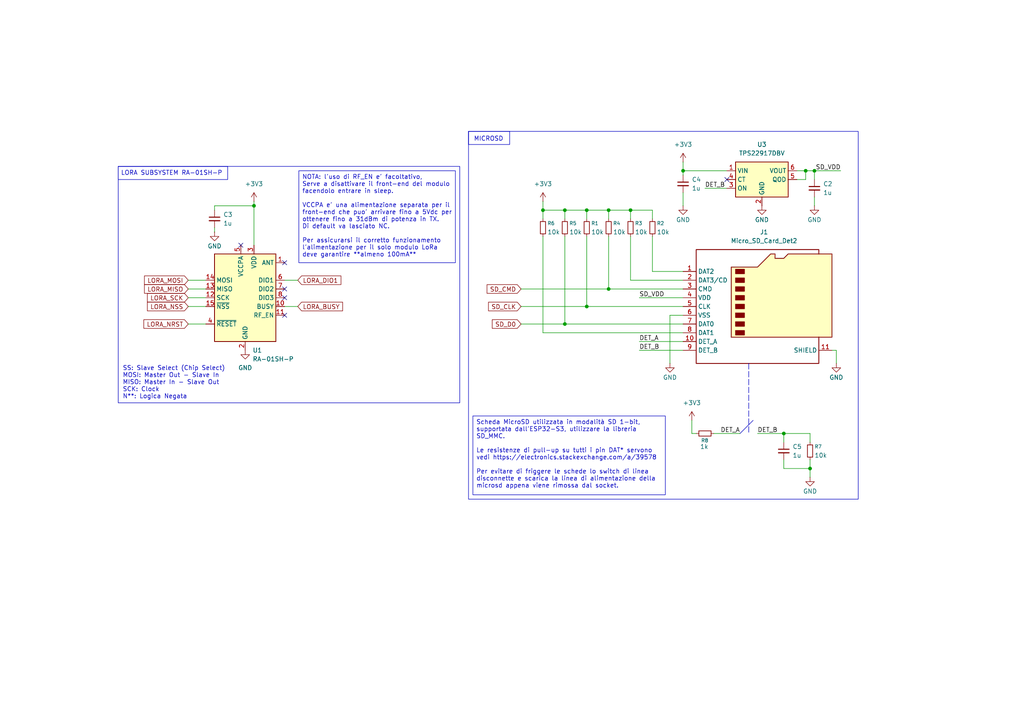
<source format=kicad_sch>
(kicad_sch (version 20250114) (generator "eeschema") (generator_version "9.0")
  (paper "A4")
  (lib_symbols
    (symbol "Connector:Micro_SD_Card_Det2"
      (property "Reference" "J" (at -16.51 17.78 0))
      (property "Value" "Micro_SD_Card_Det2" (at 16.51 17.78 0))
      (symbol "Micro_SD_Card_Det2_0_1"
        (polyline (pts (xy -8.89 -8.89) (xy -8.89 11.43) (xy -1.27 11.43) (xy 2.54 15.24) (xy 3.81 15.24) (xy 3.81 13.97) (xy 6.35 13.97) (xy 7.62 15.24) (xy 20.32 15.24) (xy 20.32 -8.89) (xy -8.89 -8.89)) (stroke (width 0.254)) (fill (type background)))
        (rectangle (start -7.62 10.795) (end -5.08 9.525) (stroke (width 0.254)) (fill (type outline)))
        (rectangle (start -7.62 8.255) (end -5.08 6.985) (stroke (width 0.254)) (fill (type outline)))
        (rectangle (start -7.62 5.715) (end -5.08 4.445) (stroke (width 0.254)) (fill (type outline)))
        (rectangle (start -7.62 3.175) (end -5.08 1.905) (stroke (width 0.254)) (fill (type outline)))
        (rectangle (start -7.62 0.635) (end -5.08 -0.635) (stroke (width 0.254)) (fill (type outline)))
        (rectangle (start -7.62 -1.905) (end -5.08 -3.175) (stroke (width 0.254)) (fill (type outline)))
        (rectangle (start -7.62 -4.445) (end -5.08 -5.715) (stroke (width 0.254)) (fill (type outline)))
        (rectangle (start -7.62 -6.985) (end -5.08 -8.255) (stroke (width 0.254)) (fill (type outline)))
        (polyline (pts (xy 16.51 15.24) (xy 16.51 16.51) (xy -19.05 16.51) (xy -19.05 -16.51) (xy 16.51 -16.51) (xy 16.51 -8.89)) (stroke (width 0.254)))
      )
      (symbol "Micro_SD_Card_Det2_1_1"
        (pin bidirectional line (at -22.86 10.16 0) (length 3.81) (name "DAT2") (number "1"))
        (pin bidirectional line (at -22.86 7.62 0) (length 3.81) (name "DAT3/CD") (number "2"))
        (pin input line (at -22.86 5.08 0) (length 3.81) (name "CMD") (number "3"))
        (pin power_in line (at -22.86 2.54 0) (length 3.81) (name "VDD") (number "4"))
        (pin input line (at -22.86 0 0) (length 3.81) (name "CLK") (number "5"))
        (pin power_in line (at -22.86 -2.54 0) (length 3.81) (name "VSS") (number "6"))
        (pin bidirectional line (at -22.86 -5.08 0) (length 3.81) (name "DAT0") (number "7"))
        (pin bidirectional line (at -22.86 -7.62 0) (length 3.81) (name "DAT1") (number "8"))
        (pin passive line (at -22.86 -10.16 0) (length 3.81) (name "DET_A") (number "10"))
        (pin passive line (at -22.86 -12.7 0) (length 3.81) (name "DET_B") (number "9"))
        (pin passive line (at 20.32 -12.7 180) (length 3.81) (name "SHIELD") (number "11"))
      )
    )
    (symbol "Device:C_Small" (pin_numbers (hide yes)) (pin_names (offset 0.254) (hide yes))
      (property "Reference" "C" (at 0.254 1.778 0))
      (property "Value" "C_Small" (at 0.254 -2.032 0))
      (symbol "C_Small_0_1"
        (polyline (pts (xy -1.524 0.508) (xy 1.524 0.508)) (stroke (width 0.3048)))
        (polyline (pts (xy -1.524 -0.508) (xy 1.524 -0.508)) (stroke (width 0.3302)))
      )
      (symbol "C_Small_1_1"
        (pin passive line (at 0 2.54 270) (length 2.032) (name "~") (number "1"))
        (pin passive line (at 0 -2.54 90) (length 2.032) (name "~") (number "2"))
      )
    )
    (symbol "Device:R_Small" (pin_numbers (hide yes)) (pin_names (offset 0.254) (hide yes))
      (property "Reference" "R" (at 0 0 90))
      (property "Value" "R_Small" (at 1.778 0 90))
      (symbol "R_Small_0_1"
        (rectangle (start -0.762 1.778) (end 0.762 -1.778) (stroke (width 0.2032)))
      )
      (symbol "R_Small_1_1"
        (pin passive line (at 0 2.54 270) (length 0.762) (name "~") (number "1"))
        (pin passive line (at 0 -2.54 90) (length 0.762) (name "~") (number "2"))
      )
    )
    (symbol "LoRa:RA-01SH"
      (property "Reference" "U" (at 7.874 15.748 0))
      (property "Value" "RA-01SH-P" (at 13.208 13.208 0))
      (symbol "RA-01SH_0_1"
        (rectangle (start -8.89 11.43) (end 8.89 -13.97) (stroke (width 0.254)) (fill (type background)))
      )
      (symbol "RA-01SH_1_1"
        (pin input line (at -11.43 3.81 0) (length 2.54) (name "MOSI") (number "14"))
        (pin output line (at -11.43 1.27 0) (length 2.54) (name "MISO") (number "13"))
        (pin input line (at -11.43 -1.27 0) (length 2.54) (name "SCK") (number "12"))
        (pin input line (at -11.43 -3.81 0) (length 2.54) (name "~{NSS}") (number "15"))
        (pin input line (at -11.43 -8.89 0) (length 2.54) (name "~{RESET}") (number "4"))
        (pin bidirectional line (at -1.27 13.97 270) (length 2.54) (name "VCCPA") (number "5"))
        (pin passive line (at 0 -16.51 90) (length 2.54) (hide yes) (name "GND") (number "16"))
        (pin power_in line (at 0 -16.51 90) (length 2.54) (name "GND") (number "2"))
        (pin passive line (at 0 -16.51 90) (length 2.54) (hide yes) (name "GND") (number "9"))
        (pin power_in line (at 2.54 13.97 270) (length 2.54) (name "VDD") (number "3"))
        (pin passive line (at 11.43 8.89 180) (length 2.54) (name "ANT") (number "1"))
        (pin bidirectional line (at 11.43 3.81 180) (length 2.54) (name "DIO1") (number "6"))
        (pin bidirectional line (at 11.43 1.27 180) (length 2.54) (name "DIO2") (number "7"))
        (pin bidirectional line (at 11.43 -1.27 180) (length 2.54) (name "DIO3") (number "8"))
        (pin bidirectional line (at 11.43 -3.81 180) (length 2.54) (name "BUSY") (number "10"))
        (pin bidirectional line (at 11.43 -6.35 180) (length 2.54) (name "RF_EN") (number "11"))
      )
    )
    (symbol "Power_Management:TPS22917DBV"
      (property "Reference" "U" (at -6.35 6.35 0))
      (property "Value" "TPS22917DBV" (at 2.54 6.35 0))
      (symbol "TPS22917DBV_0_1"
        (rectangle (start -7.62 5.08) (end 7.62 -5.08) (stroke (width 0.254)) (fill (type background)))
      )
      (symbol "TPS22917DBV_1_1"
        (pin power_in line (at -10.16 2.54 0) (length 2.54) (name "VIN") (number "1"))
        (pin output line (at -10.16 0 0) (length 2.54) (name "CT") (number "4"))
        (pin input line (at -10.16 -2.54 0) (length 2.54) (name "ON") (number "3"))
        (pin power_in line (at 0 -7.62 90) (length 2.54) (name "GND") (number "2"))
        (pin power_out line (at 10.16 2.54 180) (length 2.54) (name "VOUT") (number "6"))
        (pin open_collector line (at 10.16 0 180) (length 2.54) (name "QOD") (number "5"))
      )
    )
    (symbol "power:+3V3" (power) (pin_numbers (hide yes)) (pin_names (offset 0) (hide yes))
      (property "Value" "+3V3" (at 0 3.556 0))
      (symbol "+3V3_0_1"
        (polyline (pts (xy -0.762 1.27) (xy 0 2.54)))
        (polyline (pts (xy 0 2.54) (xy 0.762 1.27)))
        (polyline (pts (xy 0 0) (xy 0 2.54)))
      )
      (symbol "+3V3_1_1"
        (pin power_in line (at 0 0 90) (length 0) (name "~") (number "1"))
      )
    )
    (symbol "power:GND" (power) (pin_numbers (hide yes)) (pin_names (offset 0) (hide yes))
      (property "Value" "GND" (at 0 -3.81 0))
      (symbol "GND_0_1"
        (polyline (pts (xy 0 0) (xy 0 -1.27) (xy 1.27 -1.27) (xy 0 -2.54) (xy -1.27 -1.27) (xy 0 -1.27)))
      )
      (symbol "GND_1_1"
        (pin power_in line (at 0 0 270) (length 0) (name "~") (number "1"))
      )
    )
  )
  (rectangle (start 135.89 38.1) (end 248.92 144.78))
  (rectangle (start 135.89 38.1) (end 147.828 41.91))
  (rectangle (start 34.29 48.26) (end 133.35 116.84))
  (rectangle (start 34.29 48.26) (end 66.04 52.07))
  (text "SS: Slave Select (Chip Select)\nMOSI: Master Out - Slave In\nMISO: Master In - Slave Out\nSCK: Clock\nN**: Logica Negata" (at 35.56 110.998 0) (effects (font (size 1.27 1.27)) (justify left)))
  (text "LORA SUBSYSTEM RA-01SH-P" (at 35.052 50.292 0) (effects (font (size 1.27 1.27)) (justify left)))
  (text "MICROSD" (at 137.414 40.386 0) (effects (font (size 1.27 1.27)) (justify left)))
  (text_box "NOTA: l'uso di RF_EN e' facoltativo,\nServe a disattivare il front-end del modulo \nfacendolo entrare in sleep.\n\nVCCPA e' una alimentazione separata per il\nfront-end che puo' arrivare fino a 5Vdc per\nottenere fino a 31dBm di potenza in TX.\nDi default va lasciato NC.\n\nPer assicurarsi il corretto funzionamento \nl'alimentazione per il solo modulo LoRa \ndeve garantire **almeno 100mA**\n" (at 86.6776 49.5301 0) (size 45.4024 26.6699) (margins 0.9525 0.9525 0.9525 0.9525) (effects (font (size 1.27 1.27)) (justify left top)))
  (text_box "Scheda MicroSD utilizzata in modalità SD 1-bit, supportata dall'ESP32-S3, utilizzare la libreria SD_MMC.\n\nLe resistenze di pull-up su tutti i pin DAT* servono vedi https://electronics.stackexchange.com/a/39578\n\nPer evitare di friggere le schede lo switch di linea disconnette e scarica la linea di alimentazione della microsd appena viene rimossa dal socket." (at 137.16 120.65 0) (size 55.8165 22.86) (margins 0.9525 0.9525 0.9525 0.9525) (effects (font (size 1.27 1.27)) (justify left top)))
  (junction (at 233.68 49.53))
  (junction (at 163.83 60.96))
  (junction (at 182.88 60.96))
  (junction (at 176.53 83.82))
  (junction (at 227.33 125.73))
  (junction (at 163.83 93.98))
  (junction (at 170.18 60.96))
  (junction (at 73.66 59.69))
  (junction (at 176.53 60.96))
  (junction (at 236.22 49.53))
  (junction (at 157.48 60.96))
  (junction (at 170.18 88.9))
  (junction (at 234.95 135.89))
  (junction (at 198.12 49.53))
  (no_connect (at 82.55 86.36))
  (no_connect (at 82.55 76.2))
  (no_connect (at 82.55 83.82))
  (no_connect (at 210.82 52.07))
  (no_connect (at 82.55 91.44))
  (no_connect (at 69.85 71.12))
  (wire (pts (xy 198.12 91.44) (xy 194.31 91.44)))
  (wire (pts (xy 170.18 60.96) (xy 170.18 63.5)))
  (wire (pts (xy 62.23 66.04) (xy 62.23 67.31)))
  (wire (pts (xy 163.83 68.58) (xy 163.83 93.98)))
  (wire (pts (xy 189.23 78.74) (xy 198.12 78.74)))
  (wire (pts (xy 207.01 125.73) (xy 214.63 125.73)))
  (wire (pts (xy 176.53 60.96) (xy 182.88 60.96)))
  (wire (pts (xy 227.33 125.73) (xy 227.33 128.27)))
  (wire (pts (xy 163.83 60.96) (xy 163.83 63.5)))
  (wire (pts (xy 241.3 101.6) (xy 242.57 101.6)))
  (wire (pts (xy 151.13 88.9) (xy 170.18 88.9)))
  (wire (pts (xy 198.12 46.99) (xy 198.12 49.53)))
  (wire (pts (xy 198.12 55.88) (xy 198.12 59.69)))
  (wire (pts (xy 227.33 133.35) (xy 227.33 135.89)))
  (wire (pts (xy 182.88 60.96) (xy 182.88 63.5)))
  (wire (pts (xy 157.48 60.96) (xy 157.48 63.5)))
  (wire (pts (xy 200.66 125.73) (xy 201.93 125.73)))
  (wire (pts (xy 54.61 83.82) (xy 59.69 83.82)))
  (wire (pts (xy 82.55 88.9) (xy 86.36 88.9)))
  (wire (pts (xy 233.68 52.07) (xy 233.68 49.53)))
  (wire (pts (xy 219.71 125.73) (xy 227.33 125.73)))
  (wire (pts (xy 170.18 60.96) (xy 176.53 60.96)))
  (wire (pts (xy 176.53 68.58) (xy 176.53 83.82)))
  (wire (pts (xy 185.42 101.6) (xy 198.12 101.6)))
  (wire (pts (xy 73.66 59.69) (xy 73.66 71.12)))
  (wire (pts (xy 176.53 83.82) (xy 198.12 83.82)))
  (wire (pts (xy 210.82 49.53) (xy 198.12 49.53)))
  (wire (pts (xy 82.55 81.28) (xy 86.36 81.28)))
  (wire (pts (xy 189.23 68.58) (xy 189.23 78.74)))
  (wire (pts (xy 227.33 125.73) (xy 234.95 125.73)))
  (wire (pts (xy 234.95 135.89) (xy 234.95 138.43)))
  (wire (pts (xy 236.22 49.53) (xy 243.84 49.53)))
  (wire (pts (xy 151.13 83.82) (xy 176.53 83.82)))
  (wire (pts (xy 157.48 58.42) (xy 157.48 60.96)))
  (wire (pts (xy 198.12 86.36) (xy 185.42 86.36)))
  (wire (pts (xy 170.18 68.58) (xy 170.18 88.9)))
  (wire (pts (xy 157.48 60.96) (xy 163.83 60.96)))
  (wire (pts (xy 163.83 60.96) (xy 170.18 60.96)))
  (wire (pts (xy 54.61 81.28) (xy 59.69 81.28)))
  (wire (pts (xy 157.48 96.52) (xy 198.12 96.52)))
  (wire (pts (xy 62.23 60.96) (xy 62.23 59.69)))
  (wire (pts (xy 231.14 52.07) (xy 233.68 52.07)))
  (wire (pts (xy 185.42 99.06) (xy 198.12 99.06)))
  (wire (pts (xy 234.95 125.73) (xy 234.95 128.27)))
  (polyline (pts (xy 214.63 125.73) (xy 218.44 121.92)))
  (wire (pts (xy 200.66 121.92) (xy 200.66 125.73)))
  (wire (pts (xy 176.53 60.96) (xy 176.53 63.5)))
  (wire (pts (xy 189.23 60.96) (xy 189.23 63.5)))
  (wire (pts (xy 151.13 93.98) (xy 163.83 93.98)))
  (wire (pts (xy 198.12 49.53) (xy 198.12 50.8)))
  (wire (pts (xy 233.68 49.53) (xy 236.22 49.53)))
  (wire (pts (xy 194.31 91.44) (xy 194.31 105.41)))
  (wire (pts (xy 182.88 60.96) (xy 189.23 60.96)))
  (wire (pts (xy 62.23 59.69) (xy 73.66 59.69)))
  (wire (pts (xy 182.88 81.28) (xy 198.12 81.28)))
  (wire (pts (xy 227.33 135.89) (xy 234.95 135.89)))
  (wire (pts (xy 54.61 93.98) (xy 59.69 93.98)))
  (wire (pts (xy 54.61 88.9) (xy 59.69 88.9)))
  (wire (pts (xy 182.88 68.58) (xy 182.88 81.28)))
  (wire (pts (xy 236.22 52.07) (xy 236.22 49.53)))
  (wire (pts (xy 234.95 133.35) (xy 234.95 135.89)))
  (wire (pts (xy 170.18 88.9) (xy 198.12 88.9)))
  (wire (pts (xy 242.57 101.6) (xy 242.57 105.41)))
  (polyline (pts (xy 217.17 105.41) (xy 217.17 125.73)) (stroke (width 0) (type dash)))
  (wire (pts (xy 236.22 57.15) (xy 236.22 59.69)))
  (wire (pts (xy 204.47 54.61) (xy 210.82 54.61)))
  (wire (pts (xy 157.48 68.58) (xy 157.48 96.52)))
  (wire (pts (xy 163.83 93.98) (xy 198.12 93.98)))
  (wire (pts (xy 73.66 58.42) (xy 73.66 59.69)))
  (wire (pts (xy 231.14 49.53) (xy 233.68 49.53)))
  (wire (pts (xy 54.61 86.36) (xy 59.69 86.36)))
  (label "SD_VDD" (at 185.42 86.36 0))
  (label "DET_A" (at 185.42 99.06 0))
  (label "DET_B" (at 219.71 125.73 0))
  (label "DET_B" (at 204.47 54.61 0))
  (label "SD_VDD" (at 243.84 49.53 180))
  (label "DET_B" (at 185.42 101.6 0))
  (label "DET_A" (at 214.63 125.73 180))
  (global_label "LORA_DIO1" (shape input) (at 86.36 81.28 0) (property "Intersheetrefs" "${INTERSHEET_REFS}" (effects (hide yes))))
  (global_label "LORA_NSS" (shape input) (at 54.61 88.9 180) (property "Intersheetrefs" "${INTERSHEET_REFS}" (effects (hide yes))))
  (global_label "LORA_BUSY" (shape input) (at 86.36 88.9 0) (property "Intersheetrefs" "${INTERSHEET_REFS}" (effects (hide yes))))
  (global_label "LORA_NRST" (shape input) (at 54.61 93.98 180) (property "Intersheetrefs" "${INTERSHEET_REFS}" (effects (hide yes))))
  (global_label "SD_CMD" (shape input) (at 151.13 83.82 180) (property "Intersheetrefs" "${INTERSHEET_REFS}" (effects (hide yes))))
  (global_label "LORA_MOSI" (shape input) (at 54.61 81.28 180) (property "Intersheetrefs" "${INTERSHEET_REFS}" (effects (hide yes))))
  (global_label "LORA_SCK" (shape input) (at 54.61 86.36 180) (property "Intersheetrefs" "${INTERSHEET_REFS}" (effects (hide yes))))
  (global_label "SD_CLK" (shape input) (at 151.13 88.9 180) (property "Intersheetrefs" "${INTERSHEET_REFS}" (effects (hide yes))))
  (global_label "SD_D0" (shape input) (at 151.13 93.98 180) (property "Intersheetrefs" "${INTERSHEET_REFS}" (effects (hide yes))))
  (global_label "LORA_MISO" (shape input) (at 54.61 83.82 180) (property "Intersheetrefs" "${INTERSHEET_REFS}" (effects (hide yes))))
  (symbol (lib_id "power:GND") (at 220.98 59.69 0) (unit 1)
    (property "Reference" "#PWR04" (effects (hide yes)))
    (property "Value" "GND" (at 220.98 63.754 0))
    (property "Description" "Power symbol creates a global label with name \"GND\" , ground" (effects (hide yes)))
  )
  (symbol (lib_id "Device:R_Small") (at 234.95 130.81 0) (unit 1)
    (property "Reference" "R7" (at 236.22 129.54 0) (effects (font (size 1.016 1.016)) (justify left)))
    (property "Value" "10k" (at 236.22 132.08 0) (effects (justify left)))
    (property "Footprint" "Resistor_SMD:R_0603_1608Metric_Pad0.98x0.95mm_HandSolder" (effects (hide yes)))
    (property "Description" "Resistor, small symbol" (effects (hide yes)))
  )
  (symbol (lib_id "power:GND") (at 62.23 67.31 0) (unit 1)
    (property "Reference" "#PWR012" (effects (hide yes)))
    (property "Value" "GND" (at 62.23 71.374 0))
    (property "Description" "Power symbol creates a global label with name \"GND\" , ground" (effects (hide yes)))
  )
  (symbol (lib_id "Device:C_Small") (at 198.12 53.34 0) (unit 1)
    (property "Reference" "C4" (at 200.66 52.0762 0) (effects (justify left)))
    (property "Value" "1u" (at 200.66 54.6162 0) (effects (justify left)))
    (property "Footprint" "Capacitor_SMD:C_0603_1608Metric_Pad1.08x0.95mm_HandSolder" (effects (hide yes)))
    (property "Description" "Unpolarized capacitor, small symbol" (effects (hide yes)))
  )
  (symbol (lib_id "power:GND") (at 198.12 59.69 0) (unit 1)
    (property "Reference" "#PWR08" (effects (hide yes)))
    (property "Value" "GND" (at 198.12 63.754 0))
    (property "Description" "Power symbol creates a global label with name \"GND\" , ground" (effects (hide yes)))
  )
  (symbol (lib_id "power:+3V3") (at 157.48 58.42 0) (unit 1)
    (property "Reference" "#PWR02" (effects (hide yes)))
    (property "Value" "+3V3" (at 157.48 53.34 0))
    (property "Description" "Power symbol creates a global label with name \"+3V3\"" (effects (hide yes)))
  )
  (symbol (lib_id "Device:R_Small") (at 157.48 66.04 0) (unit 1)
    (property "Reference" "R6" (at 158.75 64.77 0) (effects (font (size 1.016 1.016)) (justify left)))
    (property "Value" "10k" (at 158.75 67.31 0) (effects (justify left)))
    (property "Footprint" "Resistor_SMD:R_0603_1608Metric_Pad0.98x0.95mm_HandSolder" (effects (hide yes)))
    (property "Description" "Resistor, small symbol" (effects (hide yes)))
  )
  (symbol (lib_id "power:+3V3") (at 73.66 58.42 0) (unit 1)
    (property "Reference" "#PWR011" (effects (hide yes)))
    (property "Value" "+3V3" (at 73.66 53.34 0))
    (property "Description" "Power symbol creates a global label with name \"+3V3\"" (effects (hide yes)))
  )
  (symbol (lib_id "Power_Management:TPS22917DBV") (at 220.98 52.07 0) (unit 1)
    (property "Reference" "U3" (at 220.98 41.91 0))
    (property "Value" "TPS22917DBV" (at 220.98 44.45 0))
    (property "Footprint" "Package_TO_SOT_SMD:SOT-23-6" (effects (hide yes)))
    (property "Datasheet" "http://www.ti.com/lit/ds/symlink/tps22917.pdf" (effects (hide yes)))
    (property "Description" "1V to 5.5V, 2A, 80mΩ Ultra-Low Leakage Load Switch, SOT23-6" (effects (hide yes)))
  )
  (symbol (lib_id "Device:R_Small") (at 170.18 66.04 0) (unit 1)
    (property "Reference" "R1" (at 171.45 64.77 0) (effects (font (size 1.016 1.016)) (justify left)))
    (property "Value" "10k" (at 171.45 67.31 0) (effects (justify left)))
    (property "Footprint" "Resistor_SMD:R_0603_1608Metric_Pad0.98x0.95mm_HandSolder" (effects (hide yes)))
    (property "Description" "Resistor, small symbol" (effects (hide yes)))
  )
  (symbol (lib_id "Device:R_Small") (at 176.53 66.04 0) (unit 1)
    (property "Reference" "R4" (at 177.8 64.77 0) (effects (font (size 1.016 1.016)) (justify left)))
    (property "Value" "10k" (at 177.8 67.31 0) (effects (justify left)))
    (property "Footprint" "Resistor_SMD:R_0603_1608Metric_Pad0.98x0.95mm_HandSolder" (effects (hide yes)))
    (property "Description" "Resistor, small symbol" (effects (hide yes)))
  )
  (symbol (lib_id "power:GND") (at 234.95 138.43 0) (unit 1)
    (property "Reference" "#PWR013" (effects (hide yes)))
    (property "Value" "GND" (at 234.95 142.494 0))
    (property "Description" "Power symbol creates a global label with name \"GND\" , ground" (effects (hide yes)))
  )
  (symbol (lib_id "LoRa:RA-01SH") (at 71.12 85.09 0) (unit 1)
    (property "Reference" "U1" (at 73.2633 101.6 0) (effects (justify left)))
    (property "Value" "RA-01SH-P" (at 73.2633 104.14 0) (effects (justify left)))
    (property "Footprint" "RF_Module:Ai-Thinker-Ra-01-LoRa" (effects (hide yes)))
    (property "Datasheet" "https://en.ai-thinker.com/Uploads/file/20240927/20240927114430_30249.pdf" (effects (hide yes)))
  )
  (symbol (lib_id "power:+3V3") (at 198.12 46.99 0) (unit 1)
    (property "Reference" "#PWR010" (effects (hide yes)))
    (property "Value" "+3V3" (at 198.12 41.91 0))
    (property "Description" "Power symbol creates a global label with name \"+3V3\"" (effects (hide yes)))
  )
  (symbol (lib_id "Connector:Micro_SD_Card_Det2") (at 220.98 88.9 0) (unit 1)
    (property "Reference" "J1" (at 221.615 67.31 0))
    (property "Value" "Micro_SD_Card_Det2" (at 221.615 69.85 0))
    (property "Footprint" "MicroSD:microSD_HC_Molex_104031-0811_Handsolder" (effects (hide yes)))
    (property "Datasheet" "https://www.hirose.com/en/product/document?clcode=&productname=&series=DM3&documenttype=Catalog&lang=en&documentid=D49662_en" (effects (hide yes)))
    (property "Description" "Micro SD Card Socket with two card detection pins" (effects (hide yes)))
  )
  (symbol (lib_id "power:GND") (at 242.57 105.41 0) (unit 1)
    (property "Reference" "#PWR01" (effects (hide yes)))
    (property "Value" "GND" (at 242.57 109.474 0))
    (property "Description" "Power symbol creates a global label with name \"GND\" , ground" (effects (hide yes)))
  )
  (symbol (lib_id "power:GND") (at 236.22 59.69 0) (unit 1)
    (property "Reference" "#PWR05" (effects (hide yes)))
    (property "Value" "GND" (at 236.22 63.754 0))
    (property "Description" "Power symbol creates a global label with name \"GND\" , ground" (effects (hide yes)))
  )
  (symbol (lib_id "Device:C_Small") (at 236.22 54.61 0) (unit 1)
    (property "Reference" "C2" (at 238.76 53.3462 0) (effects (justify left)))
    (property "Value" "1u" (at 238.76 55.8862 0) (effects (justify left)))
    (property "Footprint" "Capacitor_SMD:C_0603_1608Metric_Pad1.08x0.95mm_HandSolder" (effects (hide yes)))
    (property "Description" "Unpolarized capacitor, small symbol" (effects (hide yes)))
  )
  (symbol (lib_id "Device:C_Small") (at 227.33 130.81 0) (unit 1)
    (property "Reference" "C5" (at 229.87 129.5462 0) (effects (justify left)))
    (property "Value" "1u" (at 229.87 132.0862 0) (effects (justify left)))
    (property "Footprint" "Capacitor_SMD:C_0603_1608Metric_Pad1.08x0.95mm_HandSolder" (effects (hide yes)))
    (property "Description" "Unpolarized capacitor, small symbol" (effects (hide yes)))
  )
  (symbol (lib_id "power:+3V3") (at 200.66 121.92 0) (unit 1)
    (property "Reference" "#PWR014" (effects (hide yes)))
    (property "Value" "+3V3" (at 200.66 116.84 0))
    (property "Description" "Power symbol creates a global label with name \"+3V3\"" (effects (hide yes)))
  )
  (symbol (lib_id "Device:R_Small") (at 189.23 66.04 0) (unit 1)
    (property "Reference" "R2" (at 190.5 64.77 0) (effects (font (size 1.016 1.016)) (justify left)))
    (property "Value" "10k" (at 190.5 67.31 0) (effects (justify left)))
    (property "Footprint" "Resistor_SMD:R_0603_1608Metric_Pad0.98x0.95mm_HandSolder" (effects (hide yes)))
    (property "Description" "Resistor, small symbol" (effects (hide yes)))
  )
  (symbol (lib_id "power:GND") (at 71.12 101.6 0) (unit 1)
    (property "Reference" "#PWR09" (effects (hide yes)))
    (property "Value" "GND" (at 71.12 106.68 0))
    (property "Description" "Power symbol creates a global label with name \"GND\" , ground" (effects (hide yes)))
  )
  (symbol (lib_id "Device:R_Small") (at 182.88 66.04 0) (unit 1)
    (property "Reference" "R3" (at 184.15 64.77 0) (effects (font (size 1.016 1.016)) (justify left)))
    (property "Value" "10k" (at 184.15 67.31 0) (effects (justify left)))
    (property "Footprint" "Resistor_SMD:R_0603_1608Metric_Pad0.98x0.95mm_HandSolder" (effects (hide yes)))
    (property "Description" "Resistor, small symbol" (effects (hide yes)))
  )
  (symbol (lib_id "Device:R_Small") (at 163.83 66.04 0) (unit 1)
    (property "Reference" "R5" (at 165.1 64.77 0) (effects (font (size 1.016 1.016)) (justify left)))
    (property "Value" "10k" (at 165.1 67.31 0) (effects (justify left)))
    (property "Footprint" "Resistor_SMD:R_0603_1608Metric_Pad0.98x0.95mm_HandSolder" (effects (hide yes)))
    (property "Description" "Resistor, small symbol" (effects (hide yes)))
  )
  (symbol (lib_id "Device:R_Small") (at 204.47 125.73 90) (unit 1)
    (property "Reference" "R8" (at 205.486 127.762 90) (effects (font (size 1.016 1.016)) (justify left)))
    (property "Value" "1k" (at 205.486 129.54 90) (effects (justify left)))
    (property "Footprint" "Resistor_SMD:R_0603_1608Metric_Pad0.98x0.95mm_HandSolder" (effects (hide yes)))
    (property "Description" "Resistor, small symbol" (effects (hide yes)))
  )
  (symbol (lib_id "Device:C_Small") (at 62.23 63.5 0) (unit 1)
    (property "Reference" "C3" (at 64.77 62.2362 0) (effects (justify left)))
    (property "Value" "1u" (at 64.77 64.7762 0) (effects (justify left)))
    (property "Footprint" "Capacitor_SMD:C_0603_1608Metric_Pad1.08x0.95mm_HandSolder" (effects (hide yes)))
    (property "Description" "Unpolarized capacitor, small symbol" (effects (hide yes)))
  )
  (symbol (lib_id "power:GND") (at 194.31 105.41 0) (unit 1)
    (property "Reference" "#PWR06" (effects (hide yes)))
    (property "Value" "GND" (at 194.31 109.474 0))
    (property "Description" "Power symbol creates a global label with name \"GND\" , ground" (effects (hide yes)))
  )
)
</source>
